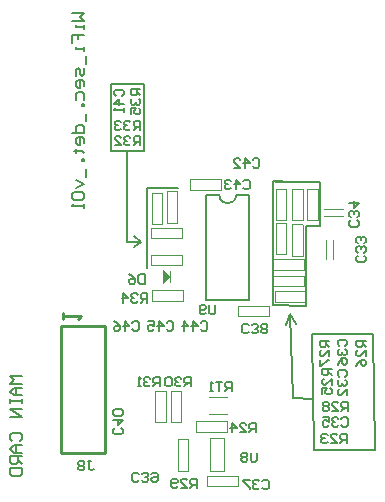
<source format=gbo>
G04*
G04 #@! TF.GenerationSoftware,Altium Limited,Altium Designer,22.8.2 (66)*
G04*
G04 Layer_Color=32896*
%FSLAX25Y25*%
%MOIN*%
G70*
G04*
G04 #@! TF.SameCoordinates,CEF463C0-22AA-4E03-8404-DDFA2DAA14BC*
G04*
G04*
G04 #@! TF.FilePolarity,Positive*
G04*
G01*
G75*
%ADD10C,0.00394*%
%ADD12C,0.00787*%
%ADD17C,0.00984*%
%ADD18C,0.01000*%
%ADD19C,0.00591*%
G36*
X349606Y98032D02*
X347244Y100394D01*
Y95669D01*
X349606Y98032D01*
D02*
G37*
D10*
X362992Y33071D02*
Y44094D01*
X367717D01*
Y33071D02*
Y44094D01*
X362992Y33071D02*
X367717D01*
X362795Y57874D02*
X368701D01*
X362795Y52362D02*
X368701D01*
X348744Y116050D02*
X352164D01*
X348664Y116130D02*
X348744Y116050D01*
X348664Y116130D02*
Y126430D01*
X352024D01*
X352164Y116050D02*
Y126290D01*
X343609Y89962D02*
X353849D01*
X353989Y90102D02*
Y93462D01*
X343689D02*
X353989D01*
X343609Y93382D02*
X343689Y93462D01*
X343609Y89962D02*
Y93382D01*
X343215Y110828D02*
Y114248D01*
X343295Y114328D01*
X353595D01*
Y110968D02*
Y114328D01*
X343215Y110828D02*
X353455D01*
X343215Y101773D02*
Y105193D01*
X343295Y105273D01*
X353595D01*
Y101913D02*
Y105273D01*
X343215Y101773D02*
X353455D01*
X344807Y49514D02*
X348227D01*
X344727Y49594D02*
X344807Y49514D01*
X344727Y49594D02*
Y59894D01*
X348087D01*
X348227Y49514D02*
Y59754D01*
X349925Y49514D02*
X353345D01*
X349845Y49594D02*
X349925Y49514D01*
X349845Y49594D02*
Y59894D01*
X353205D01*
X353345Y49514D02*
Y59754D01*
X352287Y33373D02*
X355707D01*
X352207Y33453D02*
X352287Y33373D01*
X352207Y33453D02*
Y43753D01*
X355567D01*
X355707Y33373D02*
Y43613D01*
X394186Y100319D02*
Y103738D01*
X394106Y100239D02*
X394186Y100319D01*
X383806Y100239D02*
X394106D01*
X383806D02*
Y103598D01*
X383946Y103738D02*
X394186D01*
X384964Y116838D02*
X388384D01*
X384884Y116918D02*
X384964Y116838D01*
X384884Y116918D02*
Y127218D01*
X388244D01*
X388384Y116838D02*
Y127078D01*
X395474Y127257D02*
X398894D01*
X398974Y127177D01*
Y116877D02*
Y127177D01*
X395614Y116877D02*
X398974D01*
X395474Y117017D02*
Y127257D01*
X384964Y105420D02*
X388384D01*
X384884Y105500D02*
X384964Y105420D01*
X384884Y105500D02*
Y115800D01*
X388244D01*
X388384Y105420D02*
Y115660D01*
X368596Y46382D02*
Y49801D01*
X368516Y46301D02*
X368596Y46382D01*
X358216Y46301D02*
X368516D01*
X358216D02*
Y49661D01*
X358356Y49801D02*
X368596D01*
X384554Y89569D02*
Y92989D01*
X384634Y93069D01*
X394934D01*
Y89709D02*
Y93069D01*
X384554Y89569D02*
X394794D01*
X349606Y96063D02*
Y100000D01*
X356388Y130510D02*
X366628D01*
X356248Y127010D02*
Y130370D01*
Y127010D02*
X366548D01*
X366628Y127090D01*
Y130510D01*
X347046Y115656D02*
Y125897D01*
X343546Y126037D02*
X346906D01*
X343546Y115736D02*
Y126037D01*
Y115736D02*
X343626Y115656D01*
X347046D01*
X372529Y88384D02*
X382769D01*
X372389Y84884D02*
Y88244D01*
Y84884D02*
X382689D01*
X382769Y84964D01*
Y88384D01*
X362113Y28151D02*
X372353D01*
X372493Y28291D02*
Y31651D01*
X362193D02*
X372493D01*
X362113Y31571D02*
X362193Y31651D01*
X362113Y28151D02*
Y31571D01*
X393896Y116838D02*
Y127078D01*
X390396Y127218D02*
X393756D01*
X390396Y116918D02*
Y127218D01*
Y116918D02*
X390476Y116838D01*
X393896D01*
X383947Y98227D02*
X394187D01*
X383807Y94727D02*
Y98087D01*
Y94727D02*
X394107D01*
X394187Y94807D01*
Y98227D01*
X401055Y118073D02*
X407354D01*
X401055Y120435D02*
X407354D01*
X403974Y103811D02*
Y110110D01*
X401612Y103811D02*
Y110110D01*
X393896Y105026D02*
Y115266D01*
X390396Y115406D02*
X393756D01*
X390396Y105106D02*
Y115406D01*
Y105106D02*
X390476Y105026D01*
X393896D01*
D12*
X366114Y125197D02*
G03*
X371681Y125197I2784J0D01*
G01*
X375984D01*
X361811D02*
X366114D01*
X361811Y90158D02*
Y125197D01*
Y90158D02*
X375984D01*
Y125197D01*
X300394Y64961D02*
X296458D01*
X297770Y63649D01*
X296458Y62337D01*
X300394D01*
Y61025D02*
X297770D01*
X296458Y59713D01*
X297770Y58401D01*
X300394D01*
X298426D01*
Y61025D01*
X296458Y57089D02*
Y55777D01*
Y56433D01*
X300394D01*
Y57089D01*
Y55777D01*
Y53809D02*
X296458D01*
X300394Y51186D01*
X296458D01*
X297114Y43314D02*
X296458Y43970D01*
Y45282D01*
X297114Y45938D01*
X299738D01*
X300394Y45282D01*
Y43970D01*
X299738Y43314D01*
X300394Y42002D02*
X297770D01*
X296458Y40690D01*
X297770Y39378D01*
X300394D01*
X298426D01*
Y42002D01*
X300394Y38066D02*
X296458D01*
Y36099D01*
X297114Y35443D01*
X298426D01*
X299082Y36099D01*
Y38066D01*
Y36755D02*
X300394Y35443D01*
X296458Y34131D02*
X300394D01*
Y32163D01*
X299738Y31507D01*
X297114D01*
X296458Y32163D01*
Y34131D01*
X317062Y185827D02*
X320998D01*
X319686Y184515D01*
X320998Y183203D01*
X317062D01*
X320998Y181891D02*
Y180579D01*
Y181235D01*
X318374D01*
Y181891D01*
X317062Y175987D02*
Y178611D01*
X319030D01*
Y177299D01*
Y178611D01*
X320998D01*
Y174676D02*
Y173364D01*
Y174020D01*
X318374D01*
Y174676D01*
X321654Y171396D02*
Y168772D01*
X320998Y167460D02*
Y165492D01*
X320342Y164836D01*
X319686Y165492D01*
Y166804D01*
X319030Y167460D01*
X318374Y166804D01*
Y164836D01*
X320998Y161556D02*
Y162868D01*
X320342Y163524D01*
X319030D01*
X318374Y162868D01*
Y161556D01*
X319030Y160900D01*
X319686D01*
Y163524D01*
X318374Y156965D02*
Y158932D01*
X319030Y159589D01*
X320342D01*
X320998Y158932D01*
Y156965D01*
Y155653D02*
X320342D01*
Y154997D01*
X320998D01*
Y155653D01*
X321654Y152373D02*
Y149749D01*
X317062Y145813D02*
X320998D01*
Y147781D01*
X320342Y148437D01*
X319030D01*
X318374Y147781D01*
Y145813D01*
X320998Y142534D02*
Y143845D01*
X320342Y144501D01*
X319030D01*
X318374Y143845D01*
Y142534D01*
X319030Y141878D01*
X319686D01*
Y144501D01*
X317718Y139910D02*
X318374D01*
Y140566D01*
Y139254D01*
Y139910D01*
X320342D01*
X320998Y139254D01*
Y137286D02*
X320342D01*
Y136630D01*
X320998D01*
Y137286D01*
X321654Y134006D02*
Y131382D01*
X318374Y130070D02*
X320998Y128759D01*
X318374Y127447D01*
X317718Y126135D02*
X317062Y125479D01*
Y124167D01*
X317718Y123511D01*
X320342D01*
X320998Y124167D01*
Y125479D01*
X320342Y126135D01*
X317718D01*
X320998Y122199D02*
Y120887D01*
Y121543D01*
X317062D01*
X317718Y122199D01*
D17*
X313386Y81693D02*
X327953D01*
Y39173D02*
Y81693D01*
X313386Y39173D02*
X327953D01*
X313386D02*
Y81693D01*
D18*
X313992Y83874D02*
Y85873D01*
Y84874D01*
X319990D01*
X318990Y83874D01*
D19*
X388189Y81890D02*
X389764Y85433D01*
X391732Y82284D01*
X389764Y85433D02*
X391732Y82284D01*
X389764Y85433D02*
X390551Y57480D01*
X397244Y57087D01*
X383858Y129921D02*
X387402D01*
X383858Y88583D02*
Y129921D01*
Y88583D02*
X394882Y88189D01*
Y114961D01*
X399606D01*
Y129528D01*
X385039D02*
X399606D01*
X397638Y40157D02*
X400000D01*
X396850Y78740D02*
X397638Y40157D01*
X396850Y78740D02*
X417323D01*
X418110Y40157D01*
X398819D02*
X418110D01*
X337795Y111417D02*
X340158Y109449D01*
X337795Y107874D02*
X340158Y109449D01*
X335433D02*
X340158D01*
X335433D02*
Y139764D01*
X342126Y100787D02*
Y127559D01*
X352362D01*
X340945Y139764D02*
Y162205D01*
X329921D02*
X340945D01*
X329921Y139764D02*
Y162205D01*
Y139764D02*
X340945D01*
X364828Y88582D02*
Y85958D01*
X364304Y85434D01*
X363254D01*
X362730Y85958D01*
Y88582D01*
X361680Y85958D02*
X361155Y85434D01*
X360106D01*
X359581Y85958D01*
Y88057D01*
X360106Y88582D01*
X361155D01*
X361680Y88057D01*
Y87533D01*
X361155Y87008D01*
X359581D01*
X378608Y39370D02*
Y36746D01*
X378083Y36221D01*
X377034D01*
X376509Y36746D01*
Y39370D01*
X375460Y38845D02*
X374935Y39370D01*
X373885D01*
X373360Y38845D01*
Y38320D01*
X373885Y37795D01*
X373360Y37271D01*
Y36746D01*
X373885Y36221D01*
X374935D01*
X375460Y36746D01*
Y37271D01*
X374935Y37795D01*
X375460Y38320D01*
Y38845D01*
X374935Y37795D02*
X373885D01*
X370209Y59843D02*
Y62992D01*
X368635D01*
X368110Y62467D01*
Y61417D01*
X368635Y60893D01*
X370209D01*
X369159D02*
X368110Y59843D01*
X367060Y62992D02*
X364961D01*
X366011D01*
Y59843D01*
X363912D02*
X362862D01*
X363387D01*
Y62992D01*
X363912Y62467D01*
X339763Y160497D02*
X336615D01*
Y158923D01*
X337139Y158398D01*
X338189D01*
X338714Y158923D01*
Y160497D01*
Y159448D02*
X339763Y158398D01*
X337139Y157349D02*
X336615Y156824D01*
Y155774D01*
X337139Y155250D01*
X337664D01*
X338189Y155774D01*
Y156299D01*
Y155774D01*
X338714Y155250D01*
X339239D01*
X339763Y155774D01*
Y156824D01*
X339239Y157349D01*
X336615Y152101D02*
Y154200D01*
X338189D01*
X337664Y153151D01*
Y152626D01*
X338189Y152101D01*
X339239D01*
X339763Y152626D01*
Y153675D01*
X339239Y154200D01*
X341993Y89371D02*
Y92519D01*
X340419D01*
X339894Y91994D01*
Y90945D01*
X340419Y90420D01*
X341993D01*
X340944D02*
X339894Y89371D01*
X338845Y91994D02*
X338320Y92519D01*
X337270D01*
X336746Y91994D01*
Y91470D01*
X337270Y90945D01*
X337795D01*
X337270D01*
X336746Y90420D01*
Y89895D01*
X337270Y89371D01*
X338320D01*
X338845Y89895D01*
X334122Y89371D02*
Y92519D01*
X335696Y90945D01*
X333597D01*
X339631Y146851D02*
Y149999D01*
X338057D01*
X337532Y149475D01*
Y148425D01*
X338057Y147900D01*
X339631D01*
X338582D02*
X337532Y146851D01*
X336483Y149475D02*
X335958Y149999D01*
X334908D01*
X334384Y149475D01*
Y148950D01*
X334908Y148425D01*
X335433D01*
X334908D01*
X334384Y147900D01*
Y147376D01*
X334908Y146851D01*
X335958D01*
X336483Y147376D01*
X333334Y149475D02*
X332809Y149999D01*
X331760D01*
X331235Y149475D01*
Y148950D01*
X331760Y148425D01*
X332284D01*
X331760D01*
X331235Y147900D01*
Y147376D01*
X331760Y146851D01*
X332809D01*
X333334Y147376D01*
X339631Y141733D02*
Y144881D01*
X338057D01*
X337532Y144357D01*
Y143307D01*
X338057Y142782D01*
X339631D01*
X338582D02*
X337532Y141733D01*
X336483Y144357D02*
X335958Y144881D01*
X334908D01*
X334384Y144357D01*
Y143832D01*
X334908Y143307D01*
X335433D01*
X334908D01*
X334384Y142782D01*
Y142258D01*
X334908Y141733D01*
X335958D01*
X336483Y142258D01*
X331235Y141733D02*
X333334D01*
X331235Y143832D01*
Y144357D01*
X331760Y144881D01*
X332809D01*
X333334Y144357D01*
X346193Y61418D02*
Y64566D01*
X344619D01*
X344094Y64042D01*
Y62992D01*
X344619Y62467D01*
X346193D01*
X345144D02*
X344094Y61418D01*
X343044Y64042D02*
X342520Y64566D01*
X341470D01*
X340945Y64042D01*
Y63517D01*
X341470Y62992D01*
X341995D01*
X341470D01*
X340945Y62467D01*
Y61943D01*
X341470Y61418D01*
X342520D01*
X343044Y61943D01*
X339896Y61418D02*
X338846D01*
X339371D01*
Y64566D01*
X339896Y64042D01*
X356560Y61418D02*
Y64566D01*
X354986D01*
X354461Y64042D01*
Y62992D01*
X354986Y62467D01*
X356560D01*
X355511D02*
X354461Y61418D01*
X353412Y64042D02*
X352887Y64566D01*
X351837D01*
X351313Y64042D01*
Y63517D01*
X351837Y62992D01*
X352362D01*
X351837D01*
X351313Y62467D01*
Y61943D01*
X351837Y61418D01*
X352887D01*
X353412Y61943D01*
X350263Y64042D02*
X349738Y64566D01*
X348689D01*
X348164Y64042D01*
Y61943D01*
X348689Y61418D01*
X349738D01*
X350263Y61943D01*
Y64042D01*
X358529Y27560D02*
Y30708D01*
X356955D01*
X356430Y30183D01*
Y29134D01*
X356955Y28609D01*
X358529D01*
X357479D02*
X356430Y27560D01*
X353281D02*
X355380D01*
X353281Y29659D01*
Y30183D01*
X353806Y30708D01*
X354855D01*
X355380Y30183D01*
X352232Y28084D02*
X351707Y27560D01*
X350657D01*
X350133Y28084D01*
Y30183D01*
X350657Y30708D01*
X351707D01*
X352232Y30183D01*
Y29659D01*
X351707Y29134D01*
X350133D01*
X408922Y53150D02*
Y56299D01*
X407348D01*
X406823Y55774D01*
Y54724D01*
X407348Y54200D01*
X408922D01*
X407873D02*
X406823Y53150D01*
X403675D02*
X405774D01*
X403675Y55249D01*
Y55774D01*
X404200Y56299D01*
X405249D01*
X405774Y55774D01*
X402625D02*
X402101Y56299D01*
X401051D01*
X400526Y55774D01*
Y55249D01*
X401051Y54724D01*
X400526Y54200D01*
Y53675D01*
X401051Y53150D01*
X402101D01*
X402625Y53675D01*
Y54200D01*
X402101Y54724D01*
X402625Y55249D01*
Y55774D01*
X402101Y54724D02*
X401051D01*
X402755Y76639D02*
X399607D01*
Y75065D01*
X400132Y74540D01*
X401181D01*
X401706Y75065D01*
Y76639D01*
Y75590D02*
X402755Y74540D01*
Y71391D02*
Y73491D01*
X400656Y71391D01*
X400132D01*
X399607Y71916D01*
Y72966D01*
X400132Y73491D01*
X399607Y70342D02*
Y68243D01*
X400132D01*
X402231Y70342D01*
X402755D01*
X414960Y76639D02*
X411811D01*
Y75065D01*
X412336Y74540D01*
X413386D01*
X413911Y75065D01*
Y76639D01*
Y75590D02*
X414960Y74540D01*
Y71391D02*
Y73491D01*
X412861Y71391D01*
X412336D01*
X411811Y71916D01*
Y72966D01*
X412336Y73491D01*
X411811Y68243D02*
X412336Y69292D01*
X413386Y70342D01*
X414435D01*
X414960Y69817D01*
Y68768D01*
X414435Y68243D01*
X413911D01*
X413386Y68768D01*
Y70342D01*
X403543Y67190D02*
X400394D01*
Y65616D01*
X400919Y65091D01*
X401968D01*
X402493Y65616D01*
Y67190D01*
Y66141D02*
X403543Y65091D01*
Y61943D02*
Y64042D01*
X401444Y61943D01*
X400919D01*
X400394Y62467D01*
Y63517D01*
X400919Y64042D01*
X400394Y58794D02*
Y60893D01*
X401968D01*
X401444Y59843D01*
Y59319D01*
X401968Y58794D01*
X403018D01*
X403543Y59319D01*
Y60368D01*
X403018Y60893D01*
X378214Y46064D02*
Y49212D01*
X376640D01*
X376115Y48687D01*
Y47638D01*
X376640Y47113D01*
X378214D01*
X377164D02*
X376115Y46064D01*
X372966D02*
X375065D01*
X372966Y48163D01*
Y48687D01*
X373491Y49212D01*
X374540D01*
X375065Y48687D01*
X370342Y46064D02*
Y49212D01*
X371917Y47638D01*
X369818D01*
X408529Y42520D02*
Y45669D01*
X406954D01*
X406430Y45144D01*
Y44094D01*
X406954Y43570D01*
X408529D01*
X407479D02*
X406430Y42520D01*
X403281D02*
X405380D01*
X403281Y44619D01*
Y45144D01*
X403806Y45669D01*
X404855D01*
X405380Y45144D01*
X402232D02*
X401707Y45669D01*
X400657D01*
X400133Y45144D01*
Y44619D01*
X400657Y44094D01*
X401182D01*
X400657D01*
X400133Y43570D01*
Y43045D01*
X400657Y42520D01*
X401707D01*
X402232Y43045D01*
X322178Y36614D02*
X323228D01*
X322703D01*
Y33990D01*
X323228Y33465D01*
X323753D01*
X324277Y33990D01*
X321129Y36089D02*
X320604Y36614D01*
X319554D01*
X319030Y36089D01*
Y35564D01*
X319554Y35039D01*
X319030Y34515D01*
Y33990D01*
X319554Y33465D01*
X320604D01*
X321129Y33990D01*
Y34515D01*
X320604Y35039D01*
X321129Y35564D01*
Y36089D01*
X320604Y35039D02*
X319554D01*
X341207Y98818D02*
Y95670D01*
X339632D01*
X339107Y96195D01*
Y98294D01*
X339632Y98818D01*
X341207D01*
X335959D02*
X337008Y98294D01*
X338058Y97244D01*
Y96195D01*
X337533Y95670D01*
X336484D01*
X335959Y96195D01*
Y96719D01*
X336484Y97244D01*
X338058D01*
X337138Y82546D02*
X337663Y83070D01*
X338713D01*
X339237Y82546D01*
Y80446D01*
X338713Y79922D01*
X337663D01*
X337138Y80446D01*
X334515Y79922D02*
Y83070D01*
X336089Y81496D01*
X333990D01*
X330841Y83070D02*
X331891Y82546D01*
X332940Y81496D01*
Y80446D01*
X332416Y79922D01*
X331366D01*
X330841Y80446D01*
Y80971D01*
X331366Y81496D01*
X332940D01*
X348556Y82546D02*
X349080Y83070D01*
X350130D01*
X350655Y82546D01*
Y80446D01*
X350130Y79922D01*
X349080D01*
X348556Y80446D01*
X345932Y79922D02*
Y83070D01*
X347506Y81496D01*
X345407D01*
X342259Y83070D02*
X344358D01*
Y81496D01*
X343308Y82021D01*
X342783D01*
X342259Y81496D01*
Y80446D01*
X342783Y79922D01*
X343833D01*
X344358Y80446D01*
X359973Y82546D02*
X360498Y83070D01*
X361547D01*
X362072Y82546D01*
Y80446D01*
X361547Y79922D01*
X360498D01*
X359973Y80446D01*
X357349Y79922D02*
Y83070D01*
X358924Y81496D01*
X356824D01*
X354201Y79922D02*
Y83070D01*
X355775Y81496D01*
X353676D01*
X374146Y129790D02*
X374671Y130315D01*
X375721D01*
X376245Y129790D01*
Y127691D01*
X375721Y127166D01*
X374671D01*
X374146Y127691D01*
X371522Y127166D02*
Y130315D01*
X373097Y128740D01*
X370998D01*
X369948Y129790D02*
X369423Y130315D01*
X368374D01*
X367849Y129790D01*
Y129265D01*
X368374Y128740D01*
X368899D01*
X368374D01*
X367849Y128215D01*
Y127691D01*
X368374Y127166D01*
X369423D01*
X369948Y127691D01*
X377296Y136876D02*
X377821Y137401D01*
X378870D01*
X379395Y136876D01*
Y134777D01*
X378870Y134253D01*
X377821D01*
X377296Y134777D01*
X374672Y134253D02*
Y137401D01*
X376246Y135827D01*
X374147D01*
X370999Y134253D02*
X373098D01*
X370999Y136352D01*
Y136876D01*
X371523Y137401D01*
X372573D01*
X373098Y136876D01*
X331628Y158267D02*
X331103Y158792D01*
Y159842D01*
X331628Y160366D01*
X333727D01*
X334251Y159842D01*
Y158792D01*
X333727Y158267D01*
X334251Y155643D02*
X331103D01*
X332677Y157218D01*
Y155119D01*
X334251Y154069D02*
Y153020D01*
Y153544D01*
X331103D01*
X331628Y154069D01*
X333333Y47507D02*
X333858Y46982D01*
Y45933D01*
X333333Y45408D01*
X331234D01*
X330709Y45933D01*
Y46982D01*
X331234Y47507D01*
X330709Y50131D02*
X333858D01*
X332283Y48557D01*
Y50656D01*
X333333Y51705D02*
X333858Y52230D01*
Y53280D01*
X333333Y53804D01*
X331234D01*
X330709Y53280D01*
Y52230D01*
X331234Y51705D01*
X333333D01*
X339240Y30053D02*
X338715Y29528D01*
X337665D01*
X337140Y30053D01*
Y32152D01*
X337665Y32677D01*
X338715D01*
X339240Y32152D01*
X340289Y30053D02*
X340814Y29528D01*
X341863D01*
X342388Y30053D01*
Y30578D01*
X341863Y31102D01*
X341339D01*
X341863D01*
X342388Y31627D01*
Y32152D01*
X341863Y32677D01*
X340814D01*
X340289Y32152D01*
X343438D02*
X343962Y32677D01*
X345012D01*
X345537Y32152D01*
Y30053D01*
X345012Y29528D01*
X343962D01*
X343438Y30053D01*
Y30578D01*
X343962Y31102D01*
X345537D01*
X375854Y79659D02*
X375329Y79134D01*
X374279D01*
X373755Y79659D01*
Y81758D01*
X374279Y82283D01*
X375329D01*
X375854Y81758D01*
X376903Y79659D02*
X377428Y79134D01*
X378478D01*
X379002Y79659D01*
Y80184D01*
X378478Y80709D01*
X377953D01*
X378478D01*
X379002Y81233D01*
Y81758D01*
X378478Y82283D01*
X377428D01*
X376903Y81758D01*
X380052Y79659D02*
X380577Y79134D01*
X381626D01*
X382151Y79659D01*
Y80184D01*
X381626Y80709D01*
X382151Y81233D01*
Y81758D01*
X381626Y82283D01*
X380577D01*
X380052Y81758D01*
Y81233D01*
X380577Y80709D01*
X380052Y80184D01*
Y79659D01*
X380577Y80709D02*
X381626D01*
X380446Y29790D02*
X380970Y30314D01*
X382020D01*
X382545Y29790D01*
Y27691D01*
X382020Y27166D01*
X380970D01*
X380446Y27691D01*
X379396Y29790D02*
X378871Y30314D01*
X377822D01*
X377297Y29790D01*
Y29265D01*
X377822Y28740D01*
X378346D01*
X377822D01*
X377297Y28215D01*
Y27691D01*
X377822Y27166D01*
X378871D01*
X379396Y27691D01*
X376247Y30314D02*
X374148D01*
Y29790D01*
X376247Y27691D01*
Y27166D01*
X406037Y74934D02*
X405512Y75459D01*
Y76508D01*
X406037Y77033D01*
X408136D01*
X408661Y76508D01*
Y75459D01*
X408136Y74934D01*
X406037Y73884D02*
X405512Y73359D01*
Y72310D01*
X406037Y71785D01*
X406562D01*
X407087Y72310D01*
Y72835D01*
Y72310D01*
X407611Y71785D01*
X408136D01*
X408661Y72310D01*
Y73359D01*
X408136Y73884D01*
X405512Y68637D02*
X406037Y69686D01*
X407087Y70736D01*
X408136D01*
X408661Y70211D01*
Y69161D01*
X408136Y68637D01*
X407611D01*
X407087Y69161D01*
Y70736D01*
X406823Y50656D02*
X407348Y51181D01*
X408398D01*
X408922Y50656D01*
Y48557D01*
X408398Y48032D01*
X407348D01*
X406823Y48557D01*
X405774Y50656D02*
X405249Y51181D01*
X404200D01*
X403675Y50656D01*
Y50131D01*
X404200Y49606D01*
X404724D01*
X404200D01*
X403675Y49082D01*
Y48557D01*
X404200Y48032D01*
X405249D01*
X405774Y48557D01*
X400526Y51181D02*
X402625D01*
Y49606D01*
X401576Y50131D01*
X401051D01*
X400526Y49606D01*
Y48557D01*
X401051Y48032D01*
X402101D01*
X402625Y48557D01*
X412073Y116799D02*
X412598Y116274D01*
Y115224D01*
X412073Y114699D01*
X409974D01*
X409449Y115224D01*
Y116274D01*
X409974Y116799D01*
X412073Y117848D02*
X412598Y118373D01*
Y119422D01*
X412073Y119947D01*
X411548D01*
X411024Y119422D01*
Y118898D01*
Y119422D01*
X410499Y119947D01*
X409974D01*
X409449Y119422D01*
Y118373D01*
X409974Y117848D01*
X409449Y122571D02*
X412598D01*
X411024Y120997D01*
Y123096D01*
X414435Y104988D02*
X414960Y104463D01*
Y103413D01*
X414435Y102889D01*
X412336D01*
X411811Y103413D01*
Y104463D01*
X412336Y104988D01*
X414435Y106037D02*
X414960Y106562D01*
Y107611D01*
X414435Y108136D01*
X413911D01*
X413386Y107611D01*
Y107087D01*
Y107611D01*
X412861Y108136D01*
X412336D01*
X411811Y107611D01*
Y106562D01*
X412336Y106037D01*
X414435Y109186D02*
X414960Y109710D01*
Y110760D01*
X414435Y111285D01*
X413911D01*
X413386Y110760D01*
Y110235D01*
Y110760D01*
X412861Y111285D01*
X412336D01*
X411811Y110760D01*
Y109710D01*
X412336Y109186D01*
X406037Y64697D02*
X405512Y65222D01*
Y66272D01*
X406037Y66797D01*
X408136D01*
X408661Y66272D01*
Y65222D01*
X408136Y64697D01*
X406037Y63648D02*
X405512Y63123D01*
Y62074D01*
X406037Y61549D01*
X406562D01*
X407087Y62074D01*
Y62598D01*
Y62074D01*
X407611Y61549D01*
X408136D01*
X408661Y62074D01*
Y63123D01*
X408136Y63648D01*
X408661Y58400D02*
Y60499D01*
X406562Y58400D01*
X406037D01*
X405512Y58925D01*
Y59975D01*
X406037Y60499D01*
M02*

</source>
